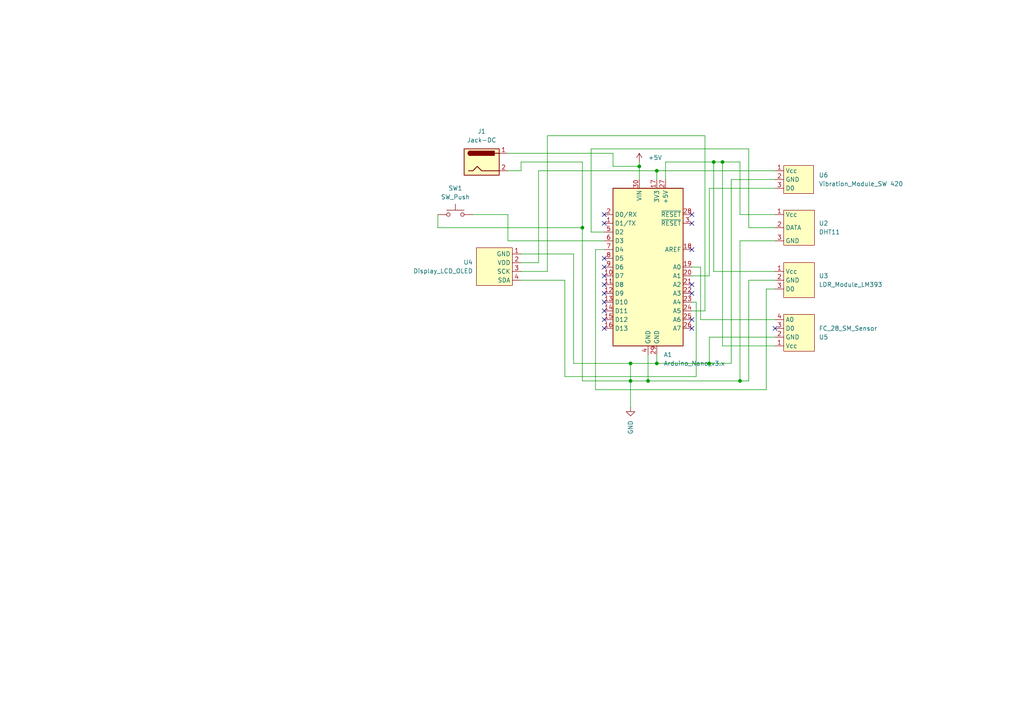
<source format=kicad_sch>
(kicad_sch (version 20230121) (generator eeschema)
  (paper "A4")
  (lib_symbols
    (symbol "Connector:Jack-DC" (pin_names (offset 1.016))
      (property "Reference" "J" (at 0 5.334 0))
      (property "Value" "Jack-DC" (at 0 -5.08 0))
      (symbol "Jack-DC_0_1"
        (rectangle (start -5.08 3.81) (end 5.08 -3.81) (stroke (width 0.254)) (fill (type background)))
        (arc (start -3.302 3.175) (mid -3.9343 2.54) (end -3.302 1.905) (stroke (width 0.254)))
        (arc (start -3.302 3.175) (mid -3.9343 2.54) (end -3.302 1.905) (stroke (width 0.254)) (fill (type outline)))
        (polyline (pts (xy 5.08 2.54) (xy 3.81 2.54)) (stroke (width 0.254)))
        (polyline (pts (xy -3.81 -2.54) (xy -2.54 -2.54) (xy -1.27 -1.27) (xy 0 -2.54) (xy 2.54 -2.54) (xy 5.08 -2.54)) (stroke (width 0.254)))
        (rectangle (start 3.683 3.175) (end -3.302 1.905) (stroke (width 0.254)) (fill (type outline)))
      )
      (symbol "Jack-DC_1_1"
        (pin passive line (at 7.62 2.54 180) (length 2.54) (name "~") (number "1"))
        (pin passive line (at 7.62 -2.54 180) (length 2.54) (name "~") (number "2"))
      )
    )
    (symbol "Gotchiplant_library:DHT11"
      (property "Reference" "U" (at 10.16 0 0))
      (property "Value" "DHT11" (at 0 -6.35 0))
      (symbol "DHT11_1_1"
        (rectangle (start 2.54 5.08) (end 11.43 -5.08) (fill (type background)))
        (pin power_in line (at 0 3.81 0) (length 2.54) (name "Vcc") (number "1"))
        (pin bidirectional line (at 0 0 0) (length 2.54) (name "DATA") (number "2"))
        (pin power_in line (at 0 -3.81 0) (length 2.54) (name "GND") (number "3"))
      )
    )
    (symbol "Gotchiplant_library:Display_LCD_OLED"
      (property "Reference" "U" (at 9.652 0 0))
      (property "Value" "Display_LCD_OLED" (at 0 -7.874 0))
      (symbol "Display_LCD_OLED_1_1"
        (rectangle (start 2.54 5.588) (end 12.954 -5.334) (fill (type background)))
        (pin power_in line (at 0 3.81 0) (length 2.54) (name "GND") (number "1"))
        (pin power_in line (at 0 1.27 0) (length 2.54) (name "VDD") (number "2"))
        (pin bidirectional line (at 0 -1.27 0) (length 2.54) (name "SCK") (number "3"))
        (pin bidirectional line (at 0 -3.81 0) (length 2.54) (name "SDA") (number "4"))
      )
    )
    (symbol "Gotchiplant_library:FC_28_SM_Sensor"
      (property "Reference" "U" (at 9.398 0 0))
      (property "Value" "FC_28_SM_Sensor" (at 1.016 -6.858 0))
      (symbol "FC_28_SM_Sensor_1_1"
        (rectangle (start 2.54 5.334) (end 11.43 -5.334) (fill (type background)))
        (pin power_in line (at 0 3.81 0) (length 2.54) (name "Vcc") (number "1"))
        (pin power_in line (at 0 1.27 0) (length 2.54) (name "GND") (number "2"))
        (pin bidirectional line (at 0 -1.27 0) (length 2.54) (name "D0") (number "3"))
        (pin bidirectional line (at 0 -3.81 0) (length 2.54) (name "A0") (number "4"))
      )
    )
    (symbol "Gotchiplant_library:LDR_Module_LM393"
      (property "Reference" "U" (at 8.89 0 0))
      (property "Value" "LDR_Module_LM393" (at 0 -8.89 0))
      (symbol "LDR_Module_LM393_1_1"
        (rectangle (start 2.54 5.08) (end 11.43 -5.08) (fill (type background)))
        (pin power_in line (at 0 2.54 0) (length 2.54) (name "Vcc") (number "1"))
        (pin power_in line (at 0 0 0) (length 2.54) (name "GND") (number "2"))
        (pin bidirectional line (at 0 -2.54 0) (length 2.54) (name "D0") (number "3"))
      )
    )
    (symbol "Gotchiplant_library:Vibration_Module_SW 420"
      (property "Reference" "U" (at 9.398 0 0))
      (property "Value" "Vibration_Module_SW 420" (at 0 -6.096 0))
      (symbol "Vibration_Module_SW 420_1_1"
        (rectangle (start 2.54 4.064) (end 11.176 -4.064) (fill (type background)))
        (pin power_in line (at 0 2.54 0) (length 2.54) (name "Vcc") (number "1"))
        (pin power_in line (at 0 0 0) (length 2.54) (name "GND") (number "2"))
        (pin bidirectional line (at 0 -2.54 0) (length 2.54) (name "D0") (number "3"))
      )
    )
    (symbol "MCU_Module:Arduino_Nano_v3.x"
      (property "Reference" "A" (at -10.16 23.495 0))
      (property "Value" "Arduino_Nano_v3.x" (at 5.08 -24.13 0))
      (symbol "Arduino_Nano_v3.x_0_1"
        (rectangle (start -10.16 22.86) (end 10.16 -22.86) (stroke (width 0.254)) (fill (type background)))
      )
      (symbol "Arduino_Nano_v3.x_1_1"
        (pin bidirectional line (at -12.7 12.7 0) (length 2.54) (name "D1/TX") (number "1"))
        (pin bidirectional line (at -12.7 -2.54 0) (length 2.54) (name "D7") (number "10"))
        (pin bidirectional line (at -12.7 -5.08 0) (length 2.54) (name "D8") (number "11"))
        (pin bidirectional line (at -12.7 -7.62 0) (length 2.54) (name "D9") (number "12"))
        (pin bidirectional line (at -12.7 -10.16 0) (length 2.54) (name "D10") (number "13"))
        (pin bidirectional line (at -12.7 -12.7 0) (length 2.54) (name "D11") (number "14"))
        (pin bidirectional line (at -12.7 -15.24 0) (length 2.54) (name "D12") (number "15"))
        (pin bidirectional line (at -12.7 -17.78 0) (length 2.54) (name "D13") (number "16"))
        (pin power_out line (at 2.54 25.4 270) (length 2.54) (name "3V3") (number "17"))
        (pin input line (at 12.7 5.08 180) (length 2.54) (name "AREF") (number "18"))
        (pin bidirectional line (at 12.7 0 180) (length 2.54) (name "A0") (number "19"))
        (pin bidirectional line (at -12.7 15.24 0) (length 2.54) (name "D0/RX") (number "2"))
        (pin bidirectional line (at 12.7 -2.54 180) (length 2.54) (name "A1") (number "20"))
        (pin bidirectional line (at 12.7 -5.08 180) (length 2.54) (name "A2") (number "21"))
        (pin bidirectional line (at 12.7 -7.62 180) (length 2.54) (name "A3") (number "22"))
        (pin bidirectional line (at 12.7 -10.16 180) (length 2.54) (name "A4") (number "23"))
        (pin bidirectional line (at 12.7 -12.7 180) (length 2.54) (name "A5") (number "24"))
        (pin bidirectional line (at 12.7 -15.24 180) (length 2.54) (name "A6") (number "25"))
        (pin bidirectional line (at 12.7 -17.78 180) (length 2.54) (name "A7") (number "26"))
        (pin power_out line (at 5.08 25.4 270) (length 2.54) (name "+5V") (number "27"))
        (pin input line (at 12.7 15.24 180) (length 2.54) (name "~{RESET}") (number "28"))
        (pin power_in line (at 2.54 -25.4 90) (length 2.54) (name "GND") (number "29"))
        (pin input line (at 12.7 12.7 180) (length 2.54) (name "~{RESET}") (number "3"))
        (pin power_in line (at -2.54 25.4 270) (length 2.54) (name "VIN") (number "30"))
        (pin power_in line (at 0 -25.4 90) (length 2.54) (name "GND") (number "4"))
        (pin bidirectional line (at -12.7 10.16 0) (length 2.54) (name "D2") (number "5"))
        (pin bidirectional line (at -12.7 7.62 0) (length 2.54) (name "D3") (number "6"))
        (pin bidirectional line (at -12.7 5.08 0) (length 2.54) (name "D4") (number "7"))
        (pin bidirectional line (at -12.7 2.54 0) (length 2.54) (name "D5") (number "8"))
        (pin bidirectional line (at -12.7 0 0) (length 2.54) (name "D6") (number "9"))
      )
    )
    (symbol "Switch:SW_Push" (pin_numbers hide) (pin_names (offset 1.016) hide)
      (property "Reference" "SW" (at 1.27 2.54 0))
      (property "Value" "SW_Push" (at 0 -1.524 0))
      (symbol "SW_Push_0_1"
        (circle (center -2.032 0) (radius 0.508))
        (polyline (pts (xy 0 1.27) (xy 0 3.048)))
        (polyline (pts (xy 2.54 1.27) (xy -2.54 1.27)))
        (circle (center 2.032 0) (radius 0.508))
        (pin passive line (at -5.08 0 0) (length 2.54) (name "1") (number "1"))
        (pin passive line (at 5.08 0 180) (length 2.54) (name "2") (number "2"))
      )
    )
    (symbol "power:+5V" (power) (pin_names (offset 0))
      (property "Value" "+5V" (at 0 3.556 0))
      (symbol "+5V_0_1"
        (polyline (pts (xy -0.762 1.27) (xy 0 2.54)))
        (polyline (pts (xy 0 0) (xy 0 2.54)))
        (polyline (pts (xy 0 2.54) (xy 0.762 1.27)))
      )
      (symbol "+5V_1_1"
        (pin power_in line (at 0 0 90) (length 0) hide (name "+5V") (number "1"))
      )
    )
    (symbol "power:GND" (power) (pin_names (offset 0))
      (property "Value" "GND" (at 0 -3.81 0))
      (symbol "GND_0_1"
        (polyline (pts (xy 0 0) (xy 0 -1.27) (xy 1.27 -1.27) (xy 0 -2.54) (xy -1.27 -1.27) (xy 0 -1.27)))
      )
      (symbol "GND_1_1"
        (pin power_in line (at 0 0 270) (length 0) hide (name "GND") (number "1"))
      )
    )
  )
  (junction (at 182.88 110.49))
  (junction (at 182.88 105.41))
  (junction (at 207.01 46.99))
  (junction (at 190.5 49.53))
  (junction (at 205.74 105.41))
  (junction (at 187.96 110.49))
  (junction (at 209.55 46.99))
  (junction (at 190.5 105.41))
  (junction (at 214.63 110.49))
  (junction (at 185.42 48.26))
  (junction (at 168.91 66.04))
  (no_connect (at 200.66 72.39))
  (no_connect (at 175.26 64.77))
  (no_connect (at 175.26 82.55))
  (no_connect (at 200.66 62.23))
  (no_connect (at 175.26 77.47))
  (no_connect (at 175.26 80.01))
  (no_connect (at 175.26 95.25))
  (no_connect (at 200.66 82.55))
  (no_connect (at 200.66 92.71))
  (no_connect (at 175.26 90.17))
  (no_connect (at 175.26 74.93))
  (no_connect (at 200.66 95.25))
  (no_connect (at 200.66 64.77))
  (no_connect (at 175.26 85.09))
  (no_connect (at 175.26 92.71))
  (no_connect (at 200.66 85.09))
  (no_connect (at 224.79 95.25))
  (no_connect (at 175.26 62.23))
  (no_connect (at 175.26 87.63))
  (wire (pts (xy 187.96 110.49) (xy 214.63 110.49)))
  (wire (pts (xy 182.88 105.41) (xy 182.88 110.49)))
  (wire (pts (xy 224.79 49.53) (xy 190.5 49.53)))
  (wire (pts (xy 156.21 76.2) (xy 156.21 49.53)))
  (wire (pts (xy 151.13 81.28) (xy 163.83 81.28)))
  (wire (pts (xy 212.09 52.07) (xy 212.09 105.41)))
  (wire (pts (xy 168.91 66.04) (xy 168.91 110.49)))
  (wire (pts (xy 203.2 92.71) (xy 203.2 77.47)))
  (wire (pts (xy 151.13 76.2) (xy 156.21 76.2)))
  (wire (pts (xy 151.13 49.53) (xy 151.13 46.99)))
  (wire (pts (xy 158.75 39.37) (xy 204.47 39.37)))
  (wire (pts (xy 151.13 73.66) (xy 166.37 73.66)))
  (wire (pts (xy 209.55 46.99) (xy 207.01 46.99)))
  (wire (pts (xy 147.32 69.85) (xy 175.26 69.85)))
  (wire (pts (xy 166.37 105.41) (xy 182.88 105.41)))
  (wire (pts (xy 187.96 110.49) (xy 187.96 102.87)))
  (wire (pts (xy 147.32 62.23) (xy 147.32 69.85)))
  (wire (pts (xy 205.74 80.01) (xy 200.66 80.01)))
  (wire (pts (xy 214.63 69.85) (xy 214.63 110.49)))
  (wire (pts (xy 190.5 105.41) (xy 190.5 102.87)))
  (wire (pts (xy 205.74 105.41) (xy 190.5 105.41)))
  (wire (pts (xy 182.88 110.49) (xy 182.88 118.11)))
  (wire (pts (xy 217.17 43.18) (xy 171.45 43.18)))
  (wire (pts (xy 224.79 100.33) (xy 209.55 100.33)))
  (wire (pts (xy 151.13 46.99) (xy 168.91 46.99)))
  (wire (pts (xy 168.91 46.99) (xy 168.91 66.04)))
  (wire (pts (xy 204.47 90.17) (xy 200.66 90.17)))
  (wire (pts (xy 201.93 87.63) (xy 200.66 87.63)))
  (wire (pts (xy 224.79 66.04) (xy 217.17 66.04)))
  (wire (pts (xy 224.79 54.61) (xy 205.74 54.61)))
  (wire (pts (xy 177.8 48.26) (xy 185.42 48.26)))
  (wire (pts (xy 207.01 78.74) (xy 207.01 46.99)))
  (wire (pts (xy 185.42 46.99) (xy 185.42 48.26)))
  (wire (pts (xy 182.88 105.41) (xy 190.5 105.41)))
  (wire (pts (xy 224.79 62.23) (xy 214.63 62.23)))
  (wire (pts (xy 163.83 81.28) (xy 163.83 109.22)))
  (wire (pts (xy 151.13 78.74) (xy 158.75 78.74)))
  (wire (pts (xy 137.16 62.23) (xy 147.32 62.23)))
  (wire (pts (xy 212.09 105.41) (xy 205.74 105.41)))
  (wire (pts (xy 207.01 46.99) (xy 193.04 46.99)))
  (wire (pts (xy 224.79 83.82) (xy 222.25 83.82)))
  (wire (pts (xy 163.83 109.22) (xy 201.93 109.22)))
  (wire (pts (xy 193.04 46.99) (xy 193.04 52.07)))
  (wire (pts (xy 203.2 77.47) (xy 200.66 77.47)))
  (wire (pts (xy 166.37 73.66) (xy 166.37 105.41)))
  (wire (pts (xy 217.17 66.04) (xy 217.17 43.18)))
  (wire (pts (xy 185.42 48.26) (xy 185.42 52.07)))
  (wire (pts (xy 201.93 109.22) (xy 201.93 87.63)))
  (wire (pts (xy 224.79 97.79) (xy 205.74 97.79)))
  (wire (pts (xy 205.74 97.79) (xy 205.74 105.41)))
  (wire (pts (xy 156.21 49.53) (xy 190.5 49.53)))
  (wire (pts (xy 222.25 83.82) (xy 222.25 113.03)))
  (wire (pts (xy 222.25 113.03) (xy 172.72 113.03)))
  (wire (pts (xy 224.79 92.71) (xy 203.2 92.71)))
  (wire (pts (xy 190.5 49.53) (xy 190.5 52.07)))
  (wire (pts (xy 177.8 44.45) (xy 177.8 48.26)))
  (wire (pts (xy 209.55 100.33) (xy 209.55 46.99)))
  (wire (pts (xy 205.74 54.61) (xy 205.74 80.01)))
  (wire (pts (xy 182.88 110.49) (xy 187.96 110.49)))
  (wire (pts (xy 147.32 44.45) (xy 177.8 44.45)))
  (wire (pts (xy 224.79 69.85) (xy 214.63 69.85)))
  (wire (pts (xy 158.75 78.74) (xy 158.75 39.37)))
  (wire (pts (xy 127 62.23) (xy 127 66.04)))
  (wire (pts (xy 224.79 78.74) (xy 207.01 78.74)))
  (wire (pts (xy 217.17 110.49) (xy 214.63 110.49)))
  (wire (pts (xy 204.47 39.37) (xy 204.47 90.17)))
  (wire (pts (xy 217.17 81.28) (xy 217.17 110.49)))
  (wire (pts (xy 209.55 46.99) (xy 214.63 46.99)))
  (wire (pts (xy 214.63 62.23) (xy 214.63 46.99)))
  (wire (pts (xy 172.72 113.03) (xy 172.72 72.39)))
  (wire (pts (xy 171.45 43.18) (xy 171.45 67.31)))
  (wire (pts (xy 147.32 49.53) (xy 151.13 49.53)))
  (wire (pts (xy 224.79 52.07) (xy 212.09 52.07)))
  (wire (pts (xy 171.45 67.31) (xy 175.26 67.31)))
  (wire (pts (xy 127 66.04) (xy 168.91 66.04)))
  (wire (pts (xy 168.91 110.49) (xy 182.88 110.49)))
  (wire (pts (xy 172.72 72.39) (xy 175.26 72.39)))
  (wire (pts (xy 224.79 81.28) (xy 217.17 81.28)))
  (symbol (lib_id "power:+5V") (at 185.42 46.99 0) (unit 1)
    (property "Reference" "#PWR01" (effects hide))
    (property "Value" "+5V" (at 187.96 45.72 0) (effects (justify left)))
  )
  (symbol (lib_id "Gotchiplant_library:Display_LCD_OLED") (at 151.13 77.47 0) (mirror y) (unit 1)
    (property "Reference" "U4" (at 137.16 76.073 0) (effects (justify left)))
    (property "Value" "Display_LCD_OLED" (at 137.16 78.613 0) (effects (justify left)))
    (property "Footprint" "Gotchiplant_Library:Display_LCD_OLED" (effects hide))
  )
  (symbol (lib_id "MCU_Module:Arduino_Nano_v3.x") (at 187.96 77.47 0) (unit 1)
    (property "Reference" "A1" (at 192.4559 102.87 0) (effects (justify left)))
    (property "Value" "Arduino_Nano_v3.x" (at 192.4559 105.41 0) (effects (justify left)))
    (property "Footprint" "Module:Arduino_Nano" (effects hide))
    (property "Datasheet" "http://www.mouser.com/pdfdocs/Gravitech_Arduino_Nano3_0.pdf" (effects hide))
  )
  (symbol (lib_id "Switch:SW_Push") (at 132.08 62.23 0) (unit 1)
    (property "Reference" "SW1" (at 132.08 54.61 0))
    (property "Value" "SW_Push" (at 132.08 57.15 0))
  )
  (symbol (lib_id "Gotchiplant_library:LDR_Module_LM393") (at 224.79 81.28 0) (unit 1)
    (property "Reference" "U3" (at 237.49 80.01 0) (effects (justify left)))
    (property "Value" "LDR_Module_LM393" (at 237.49 82.55 0) (effects (justify left)))
    (property "Footprint" "Gotchiplant_Library:LDR Module LM393" (effects hide))
  )
  (symbol (lib_id "Gotchiplant_library:FC_28_SM_Sensor") (at 224.79 96.52 0) (mirror x) (unit 1)
    (property "Reference" "U5" (at 237.49 97.79 0) (effects (justify left)))
    (property "Value" "FC_28_SM_Sensor" (at 237.49 95.25 0) (effects (justify left)))
    (property "Footprint" "Gotchiplant_Library:FC_28_SM Sensor" (effects hide))
  )
  (symbol (lib_id "Gotchiplant_library:DHT11") (at 224.79 66.04 0) (unit 1)
    (property "Reference" "U2" (at 237.49 64.77 0) (effects (justify left)))
    (property "Value" "DHT11" (at 237.49 67.31 0) (effects (justify left)))
    (property "Footprint" "Gotchiplant_Library:DHT11" (effects hide))
  )
  (symbol (lib_id "Connector:Jack-DC") (at 139.7 46.99 0) (unit 1)
    (property "Reference" "J1" (at 139.7 38.1 0))
    (property "Value" "Jack-DC" (at 139.7 40.64 0))
    (property "Footprint" "Connector_BarrelJack:BarrelJack_Horizontal" (effects hide))
  )
  (symbol (lib_id "Gotchiplant_library:Vibration_Module_SW 420") (at 224.79 52.07 0) (unit 1)
    (property "Reference" "U6" (at 237.49 50.8 0) (effects (justify left)))
    (property "Value" "Vibration_Module_SW 420" (at 237.49 53.34 0) (effects (justify left)))
    (property "Footprint" "Gotchiplant_Library:Vibration_Module_SW420" (effects hide))
  )
  (symbol (lib_id "power:GND") (at 182.88 118.11 0) (unit 1)
    (property "Reference" "#PWR02" (effects hide))
    (property "Value" "GND" (at 182.88 121.92 90) (effects (justify right)))
  )
)
</source>
